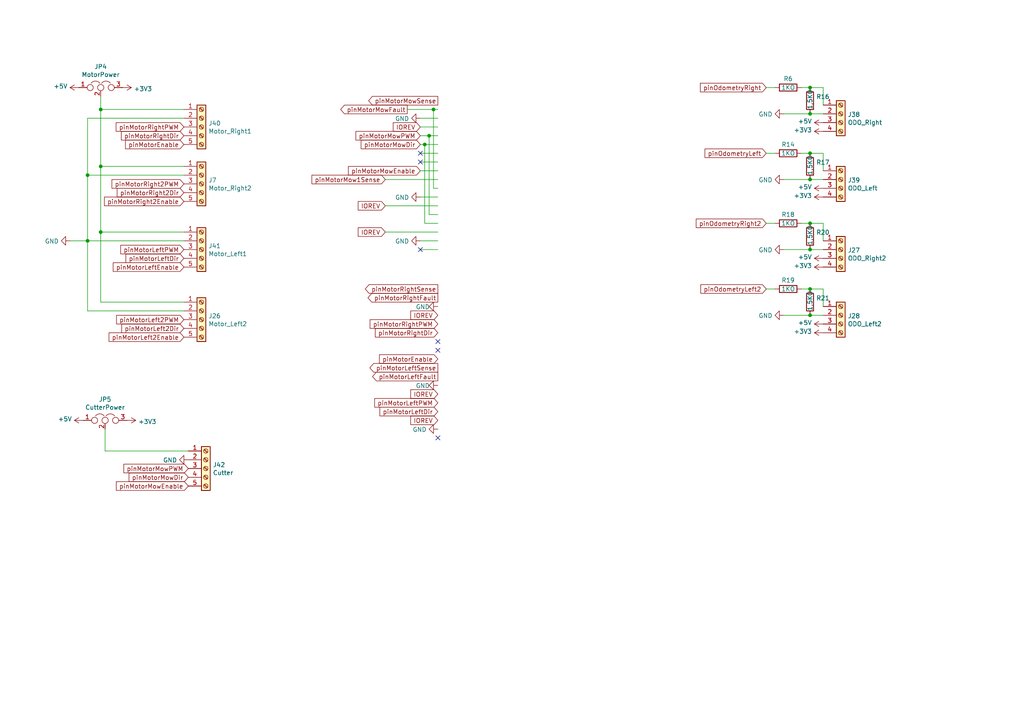
<source format=kicad_sch>
(kicad_sch (version 20210406) (generator eeschema)
  (paper "A4")
  (lib_symbols
    (symbol "Connector:Screw_Terminal_01x04" (pin_names (offset 1.016) hide)
      (property "Reference" "J" (at 0 5.08 0))
      (property "Value" "Screw_Terminal_01x04" (at 0 -7.62 0))
      (symbol "Screw_Terminal_01x04_1_1"
        (circle (center 0 -5.08) (radius 0.635) (stroke (width 0.1524)))
        (circle (center 0 -2.54) (radius 0.635) (stroke (width 0.1524)))
        (circle (center 0 0) (radius 0.635) (stroke (width 0.1524)))
        (circle (center 0 2.54) (radius 0.635) (stroke (width 0.1524)))
        (rectangle (start -1.27 3.81) (end 1.27 -6.35) (stroke (width 0.254)) (fill (type background)))
        (polyline (pts (xy -0.5334 -4.7498) (xy 0.3302 -5.588)) (stroke (width 0.1524)))
        (polyline (pts (xy -0.5334 -2.2098) (xy 0.3302 -3.048)) (stroke (width 0.1524)))
        (polyline (pts (xy -0.5334 0.3302) (xy 0.3302 -0.508)) (stroke (width 0.1524)))
        (polyline (pts (xy -0.5334 2.8702) (xy 0.3302 2.032)) (stroke (width 0.1524)))
        (polyline (pts (xy -0.3556 -4.572) (xy 0.508 -5.4102)) (stroke (width 0.1524)))
        (polyline (pts (xy -0.3556 -2.032) (xy 0.508 -2.8702)) (stroke (width 0.1524)))
        (polyline (pts (xy -0.3556 0.508) (xy 0.508 -0.3302)) (stroke (width 0.1524)))
        (polyline (pts (xy -0.3556 3.048) (xy 0.508 2.2098)) (stroke (width 0.1524)))
        (pin passive line (at -5.08 2.54 0) (length 3.81) (name "Pin_1") (number "1"))
        (pin passive line (at -5.08 0 0) (length 3.81) (name "Pin_2") (number "2"))
        (pin passive line (at -5.08 -2.54 0) (length 3.81) (name "Pin_3") (number "3"))
        (pin passive line (at -5.08 -5.08 0) (length 3.81) (name "Pin_4") (number "4"))
      )
    )
    (symbol "Connector:Screw_Terminal_01x05" (pin_names (offset 1.016) hide)
      (property "Reference" "J" (at 0 7.62 0))
      (property "Value" "Screw_Terminal_01x05" (at 0 -7.62 0))
      (symbol "Screw_Terminal_01x05_1_1"
        (circle (center 0 -5.08) (radius 0.635) (stroke (width 0.1524)))
        (circle (center 0 -2.54) (radius 0.635) (stroke (width 0.1524)))
        (circle (center 0 0) (radius 0.635) (stroke (width 0.1524)))
        (circle (center 0 2.54) (radius 0.635) (stroke (width 0.1524)))
        (circle (center 0 5.08) (radius 0.635) (stroke (width 0.1524)))
        (rectangle (start -1.27 6.35) (end 1.27 -6.35) (stroke (width 0.254)) (fill (type background)))
        (polyline (pts (xy -0.5334 -4.7498) (xy 0.3302 -5.588)) (stroke (width 0.1524)))
        (polyline (pts (xy -0.5334 -2.2098) (xy 0.3302 -3.048)) (stroke (width 0.1524)))
        (polyline (pts (xy -0.5334 0.3302) (xy 0.3302 -0.508)) (stroke (width 0.1524)))
        (polyline (pts (xy -0.5334 2.8702) (xy 0.3302 2.032)) (stroke (width 0.1524)))
        (polyline (pts (xy -0.5334 5.4102) (xy 0.3302 4.572)) (stroke (width 0.1524)))
        (polyline (pts (xy -0.3556 -4.572) (xy 0.508 -5.4102)) (stroke (width 0.1524)))
        (polyline (pts (xy -0.3556 -2.032) (xy 0.508 -2.8702)) (stroke (width 0.1524)))
        (polyline (pts (xy -0.3556 0.508) (xy 0.508 -0.3302)) (stroke (width 0.1524)))
        (polyline (pts (xy -0.3556 3.048) (xy 0.508 2.2098)) (stroke (width 0.1524)))
        (polyline (pts (xy -0.3556 5.588) (xy 0.508 4.7498)) (stroke (width 0.1524)))
        (pin passive line (at -5.08 5.08 0) (length 3.81) (name "Pin_1") (number "1"))
        (pin passive line (at -5.08 2.54 0) (length 3.81) (name "Pin_2") (number "2"))
        (pin passive line (at -5.08 0 0) (length 3.81) (name "Pin_3") (number "3"))
        (pin passive line (at -5.08 -2.54 0) (length 3.81) (name "Pin_4") (number "4"))
        (pin passive line (at -5.08 -5.08 0) (length 3.81) (name "Pin_5") (number "5"))
      )
    )
    (symbol "Device:Jumper_NC_Dual" (pin_names (offset 0.762) hide)
      (property "Reference" "JP" (at 1.27 -2.54 0))
      (property "Value" "Jumper_NC_Dual" (at 0 2.54 0))
      (symbol "Jumper_NC_Dual_0_1"
        (arc (start -0.254 1.27) (end -2.794 1.27) (radius (at -1.524 0.254) (length 1.6256) (angles 38.6 141.3)))
        (arc (start 2.794 1.27) (end 0.254 1.27) (radius (at 1.524 0.254) (length 1.6256) (angles 38.6 141.3)))
        (circle (center -3.048 0) (radius 0.889))
        (circle (center 0 0) (radius 0.9144))
        (circle (center 3.048 0) (radius 0.889))
        (pin passive line (at -6.35 0 0) (length 2.413) (name "1") (number "1"))
        (pin passive line (at 0 -2.54 90) (length 1.524) (name "2") (number "2"))
        (pin passive line (at 6.35 0 180) (length 2.413) (name "3") (number "3"))
      )
    )
    (symbol "Device:R" (pin_numbers hide) (pin_names (offset 0))
      (property "Reference" "R" (at 2.032 0 90))
      (property "Value" "R" (at 0 0 90))
      (symbol "R_0_1"
        (rectangle (start -1.016 -2.54) (end 1.016 2.54) (stroke (width 0.254)))
      )
      (symbol "R_1_1"
        (pin passive line (at 0 3.81 270) (length 1.27) (name "~") (number "1"))
        (pin passive line (at 0 -3.81 90) (length 1.27) (name "~") (number "2"))
      )
    )
    (symbol "power:+3.3V" (power) (pin_names (offset 0))
      (property "Value" "+3.3V" (at 0 3.556 0))
      (symbol "+3.3V_0_1"
        (polyline (pts (xy -0.762 1.27) (xy 0 2.54)))
        (polyline (pts (xy 0 0) (xy 0 2.54)))
        (polyline (pts (xy 0 2.54) (xy 0.762 1.27)))
      )
      (symbol "+3.3V_1_1"
        (pin power_in line (at 0 0 90) (length 0) hide (name "+3V3") (number "1"))
      )
    )
    (symbol "power:+5V" (power) (pin_names (offset 0))
      (property "Value" "+5V" (at 0 3.556 0))
      (symbol "+5V_0_1"
        (polyline (pts (xy -0.762 1.27) (xy 0 2.54)))
        (polyline (pts (xy 0 0) (xy 0 2.54)))
        (polyline (pts (xy 0 2.54) (xy 0.762 1.27)))
      )
      (symbol "+5V_1_1"
        (pin power_in line (at 0 0 90) (length 0) hide (name "+5V") (number "1"))
      )
    )
    (symbol "power:GND" (power) (pin_names (offset 0))
      (property "Value" "GND" (at 0 -3.81 0))
      (symbol "GND_0_1"
        (polyline (pts (xy 0 0) (xy 0 -1.27) (xy 1.27 -1.27) (xy 0 -2.54) (xy -1.27 -1.27) (xy 0 -1.27)))
      )
      (symbol "GND_1_1"
        (pin power_in line (at 0 0 270) (length 0) hide (name "GND") (number "1"))
      )
    )
  )
  (junction (at 25.4 50.8) (diameter 0.9144))
  (junction (at 25.4 69.85) (diameter 0.9144))
  (junction (at 29.21 31.75) (diameter 0.9144))
  (junction (at 29.21 48.26) (diameter 0.9144))
  (junction (at 29.21 67.31) (diameter 0.9144))
  (junction (at 123.19 41.91) (diameter 0.9144))
  (junction (at 124.46 39.37) (diameter 0.9144))
  (junction (at 125.73 31.75) (diameter 0.9144))
  (junction (at 234.95 25.4) (diameter 0.9144))
  (junction (at 234.95 33.02) (diameter 0.9144))
  (junction (at 234.95 44.45) (diameter 0.9144))
  (junction (at 234.95 52.07) (diameter 0.9144))
  (junction (at 234.95 64.77) (diameter 0.9144))
  (junction (at 234.95 72.39) (diameter 0.9144))
  (junction (at 234.95 83.82) (diameter 0.9144))
  (junction (at 234.95 91.44) (diameter 0.9144))
  (no_connect (at 121.92 44.45))
  (no_connect (at 121.92 46.99))
  (no_connect (at 121.92 72.39))
  (no_connect (at 127 99.06))
  (no_connect (at 127 101.6))
  (no_connect (at 127 127))
  (wire (pts (xy 20.32 69.85) (xy 25.4 69.85)))
  (wire (pts (xy 25.4 34.29) (xy 25.4 50.8)))
  (wire (pts (xy 25.4 50.8) (xy 25.4 69.85)))
  (wire (pts (xy 25.4 69.85) (xy 25.4 90.17)))
  (wire (pts (xy 25.4 69.85) (xy 53.34 69.85)))
  (wire (pts (xy 25.4 90.17) (xy 53.34 90.17)))
  (wire (pts (xy 29.21 27.94) (xy 29.21 31.75)))
  (wire (pts (xy 29.21 31.75) (xy 29.21 48.26)))
  (wire (pts (xy 29.21 67.31) (xy 29.21 48.26)))
  (wire (pts (xy 29.21 67.31) (xy 29.21 87.63)))
  (wire (pts (xy 30.48 124.46) (xy 30.48 130.81)))
  (wire (pts (xy 30.48 130.81) (xy 54.61 130.81)))
  (wire (pts (xy 53.34 31.75) (xy 29.21 31.75)))
  (wire (pts (xy 53.34 34.29) (xy 25.4 34.29)))
  (wire (pts (xy 53.34 48.26) (xy 29.21 48.26)))
  (wire (pts (xy 53.34 50.8) (xy 25.4 50.8)))
  (wire (pts (xy 53.34 67.31) (xy 29.21 67.31)))
  (wire (pts (xy 53.34 87.63) (xy 29.21 87.63)))
  (wire (pts (xy 111.76 52.07) (xy 127 52.07)))
  (wire (pts (xy 111.76 59.69) (xy 127 59.69)))
  (wire (pts (xy 111.76 67.31) (xy 127 67.31)))
  (wire (pts (xy 118.11 31.75) (xy 125.73 31.75)))
  (wire (pts (xy 121.92 34.29) (xy 127 34.29)))
  (wire (pts (xy 121.92 36.83) (xy 127 36.83)))
  (wire (pts (xy 121.92 39.37) (xy 124.46 39.37)))
  (wire (pts (xy 121.92 41.91) (xy 123.19 41.91)))
  (wire (pts (xy 121.92 44.45) (xy 127 44.45)))
  (wire (pts (xy 121.92 46.99) (xy 127 46.99)))
  (wire (pts (xy 121.92 49.53) (xy 127 49.53)))
  (wire (pts (xy 121.92 57.15) (xy 127 57.15)))
  (wire (pts (xy 121.92 69.85) (xy 127 69.85)))
  (wire (pts (xy 121.92 72.39) (xy 127 72.39)))
  (wire (pts (xy 123.19 41.91) (xy 127 41.91)))
  (wire (pts (xy 123.19 64.77) (xy 123.19 41.91)))
  (wire (pts (xy 124.46 39.37) (xy 127 39.37)))
  (wire (pts (xy 124.46 62.23) (xy 124.46 39.37)))
  (wire (pts (xy 125.73 31.75) (xy 127 31.75)))
  (wire (pts (xy 125.73 54.61) (xy 125.73 31.75)))
  (wire (pts (xy 127 54.61) (xy 125.73 54.61)))
  (wire (pts (xy 127 62.23) (xy 124.46 62.23)))
  (wire (pts (xy 127 64.77) (xy 123.19 64.77)))
  (wire (pts (xy 222.25 25.4) (xy 224.79 25.4)))
  (wire (pts (xy 222.25 44.45) (xy 224.79 44.45)))
  (wire (pts (xy 222.25 64.77) (xy 224.79 64.77)))
  (wire (pts (xy 222.25 83.82) (xy 224.79 83.82)))
  (wire (pts (xy 232.41 25.4) (xy 234.95 25.4)))
  (wire (pts (xy 232.41 44.45) (xy 234.95 44.45)))
  (wire (pts (xy 232.41 64.77) (xy 234.95 64.77)))
  (wire (pts (xy 232.41 83.82) (xy 234.95 83.82)))
  (wire (pts (xy 234.95 25.4) (xy 238.76 25.4)))
  (wire (pts (xy 234.95 33.02) (xy 227.33 33.02)))
  (wire (pts (xy 234.95 44.45) (xy 238.76 44.45)))
  (wire (pts (xy 234.95 52.07) (xy 227.33 52.07)))
  (wire (pts (xy 234.95 64.77) (xy 238.76 64.77)))
  (wire (pts (xy 234.95 72.39) (xy 227.33 72.39)))
  (wire (pts (xy 234.95 83.82) (xy 238.76 83.82)))
  (wire (pts (xy 234.95 91.44) (xy 227.33 91.44)))
  (wire (pts (xy 238.76 25.4) (xy 238.76 30.48)))
  (wire (pts (xy 238.76 33.02) (xy 234.95 33.02)))
  (wire (pts (xy 238.76 44.45) (xy 238.76 49.53)))
  (wire (pts (xy 238.76 52.07) (xy 234.95 52.07)))
  (wire (pts (xy 238.76 64.77) (xy 238.76 69.85)))
  (wire (pts (xy 238.76 72.39) (xy 234.95 72.39)))
  (wire (pts (xy 238.76 83.82) (xy 238.76 88.9)))
  (wire (pts (xy 238.76 91.44) (xy 234.95 91.44)))
  (global_label "pinMotorRightPWM" (shape input) (at 53.34 36.83 180) (property "Intersheet References" "${INTERSHEET_REFS}" (effects hide)))
  (global_label "pinMotorRightDir" (shape input) (at 53.34 39.37 180) (property "Intersheet References" "${INTERSHEET_REFS}" (effects hide)))
  (global_label "pinMotorEnable" (shape input) (at 53.34 41.91 180) (property "Intersheet References" "${INTERSHEET_REFS}" (effects hide)))
  (global_label "pinMotorRight2PWM" (shape input) (at 53.34 53.34 180) (property "Intersheet References" "${INTERSHEET_REFS}" (effects hide)))
  (global_label "pinMotorRight2Dir" (shape input) (at 53.34 55.88 180) (property "Intersheet References" "${INTERSHEET_REFS}" (effects hide)))
  (global_label "pinMotorRight2Enable" (shape input) (at 53.34 58.42 180) (property "Intersheet References" "${INTERSHEET_REFS}" (effects hide)))
  (global_label "pinMotorLeftPWM" (shape input) (at 53.34 72.39 180) (property "Intersheet References" "${INTERSHEET_REFS}" (effects hide)))
  (global_label "pinMotorLeftDir" (shape input) (at 53.34 74.93 180) (property "Intersheet References" "${INTERSHEET_REFS}" (effects hide)))
  (global_label "pinMotorLeftEnable" (shape input) (at 53.34 77.47 180) (property "Intersheet References" "${INTERSHEET_REFS}" (effects hide)))
  (global_label "pinMotorLeft2PWM" (shape input) (at 53.34 92.71 180) (property "Intersheet References" "${INTERSHEET_REFS}" (effects hide)))
  (global_label "pinMotorLeft2Dir" (shape input) (at 53.34 95.25 180) (property "Intersheet References" "${INTERSHEET_REFS}" (effects hide)))
  (global_label "pinMotorLeft2Enable" (shape input) (at 53.34 97.79 180) (property "Intersheet References" "${INTERSHEET_REFS}" (effects hide)))
  (global_label "pinMotorMowPWM" (shape input) (at 54.61 135.89 180) (property "Intersheet References" "${INTERSHEET_REFS}" (effects hide)))
  (global_label "pinMotorMowDir" (shape input) (at 54.61 138.43 180) (property "Intersheet References" "${INTERSHEET_REFS}" (effects hide)))
  (global_label "pinMotorMowEnable" (shape input) (at 54.61 140.97 180) (property "Intersheet References" "${INTERSHEET_REFS}" (effects hide)))
  (global_label "pinMotorMow1Sense" (shape input) (at 111.76 52.07 180) (property "Intersheet References" "${INTERSHEET_REFS}" (effects hide)))
  (global_label "IOREV" (shape input) (at 111.76 59.69 180) (property "Intersheet References" "${INTERSHEET_REFS}" (effects hide)))
  (global_label "IOREV" (shape input) (at 111.76 67.31 180) (property "Intersheet References" "${INTERSHEET_REFS}" (effects hide)))
  (global_label "pinMotorMowFault" (shape output) (at 118.11 31.75 180) (property "Intersheet References" "${INTERSHEET_REFS}" (effects hide)))
  (global_label "IOREV" (shape input) (at 121.92 36.83 180) (property "Intersheet References" "${INTERSHEET_REFS}" (effects hide)))
  (global_label "pinMotorMowPWM" (shape input) (at 121.92 39.37 180) (property "Intersheet References" "${INTERSHEET_REFS}" (effects hide)))
  (global_label "pinMotorMowDir" (shape input) (at 121.92 41.91 180) (property "Intersheet References" "${INTERSHEET_REFS}" (effects hide)))
  (global_label "pinMotorMowEnable" (shape input) (at 121.92 49.53 180) (property "Intersheet References" "${INTERSHEET_REFS}" (effects hide)))
  (global_label "pinMotorMowSense" (shape output) (at 127 29.21 180) (property "Intersheet References" "${INTERSHEET_REFS}" (effects hide)))
  (global_label "pinMotorRightSense" (shape output) (at 127 83.82 180) (property "Intersheet References" "${INTERSHEET_REFS}" (effects hide)))
  (global_label "pinMotorRightFault" (shape output) (at 127 86.36 180) (property "Intersheet References" "${INTERSHEET_REFS}" (effects hide)))
  (global_label "IOREV" (shape input) (at 127 91.44 180) (property "Intersheet References" "${INTERSHEET_REFS}" (effects hide)))
  (global_label "pinMotorRightPWM" (shape input) (at 127 93.98 180) (property "Intersheet References" "${INTERSHEET_REFS}" (effects hide)))
  (global_label "pinMotorRightDir" (shape input) (at 127 96.52 180) (property "Intersheet References" "${INTERSHEET_REFS}" (effects hide)))
  (global_label "pinMotorEnable" (shape input) (at 127 104.14 180) (property "Intersheet References" "${INTERSHEET_REFS}" (effects hide)))
  (global_label "pinMotorLeftSense" (shape output) (at 127 106.68 180) (property "Intersheet References" "${INTERSHEET_REFS}" (effects hide)))
  (global_label "pinMotorLeftFault" (shape output) (at 127 109.22 180) (property "Intersheet References" "${INTERSHEET_REFS}" (effects hide)))
  (global_label "IOREV" (shape input) (at 127 114.3 180) (property "Intersheet References" "${INTERSHEET_REFS}" (effects hide)))
  (global_label "pinMotorLeftPWM" (shape input) (at 127 116.84 180) (property "Intersheet References" "${INTERSHEET_REFS}" (effects hide)))
  (global_label "pinMotorLeftDir" (shape input) (at 127 119.38 180) (property "Intersheet References" "${INTERSHEET_REFS}" (effects hide)))
  (global_label "IOREV" (shape input) (at 127 121.92 180) (property "Intersheet References" "${INTERSHEET_REFS}" (effects hide)))
  (global_label "pinOdometryRight" (shape input) (at 222.25 25.4 180) (property "Intersheet References" "${INTERSHEET_REFS}" (effects hide)))
  (global_label "pinOdometryLeft" (shape input) (at 222.25 44.45 180) (property "Intersheet References" "${INTERSHEET_REFS}" (effects hide)))
  (global_label "pinOdometryRight2" (shape input) (at 222.25 64.77 180) (property "Intersheet References" "${INTERSHEET_REFS}" (effects hide)))
  (global_label "pinOdometryLeft2" (shape input) (at 222.25 83.82 180) (property "Intersheet References" "${INTERSHEET_REFS}" (effects hide)))
  (symbol (lib_id "power:+5V") (at 22.86 25.4 90) (unit 1)
    (property "Reference" "#PWR089" (effects hide))
    (property "Value" "+5V" (at 19.6088 25.019 90) (effects (justify left)))
  )
  (symbol (lib_id "power:+5V") (at 24.13 121.92 90) (unit 1)
    (property "Reference" "#PWR090" (effects hide))
    (property "Value" "+5V" (at 20.8788 121.539 90) (effects (justify left)))
  )
  (symbol (lib_id "power:+3.3V") (at 35.56 25.4 270) (unit 1)
    (property "Reference" "#PWR092" (effects hide))
    (property "Value" "+3.3V" (at 38.8112 25.781 90) (effects (justify left)))
  )
  (symbol (lib_id "power:+3.3V") (at 36.83 121.92 270) (unit 1)
    (property "Reference" "#PWR093" (effects hide))
    (property "Value" "+3.3V" (at 40.0812 122.301 90) (effects (justify left)))
  )
  (symbol (lib_id "power:+5V") (at 238.76 35.56 90) (unit 1)
    (property "Reference" "#PWR085" (effects hide))
    (property "Value" "+5V" (at 235.5088 35.179 90) (effects (justify left)))
  )
  (symbol (lib_id "power:+3.3V") (at 238.76 38.1 90) (unit 1)
    (property "Reference" "#PWR086" (effects hide))
    (property "Value" "+3.3V" (at 235.5088 37.719 90) (effects (justify left)))
  )
  (symbol (lib_id "power:+5V") (at 238.76 54.61 90) (unit 1)
    (property "Reference" "#PWR087" (effects hide))
    (property "Value" "+5V" (at 235.5088 54.229 90) (effects (justify left)))
  )
  (symbol (lib_id "power:+3.3V") (at 238.76 57.15 90) (unit 1)
    (property "Reference" "#PWR088" (effects hide))
    (property "Value" "+3.3V" (at 235.5088 56.769 90) (effects (justify left)))
  )
  (symbol (lib_id "power:+5V") (at 238.76 74.93 90) (unit 1)
    (property "Reference" "#PWR063" (effects hide))
    (property "Value" "+5V" (at 235.5088 74.549 90) (effects (justify left)))
  )
  (symbol (lib_id "power:+3.3V") (at 238.76 77.47 90) (unit 1)
    (property "Reference" "#PWR064" (effects hide))
    (property "Value" "+3.3V" (at 235.5088 77.089 90) (effects (justify left)))
  )
  (symbol (lib_id "power:+5V") (at 238.76 93.98 90) (unit 1)
    (property "Reference" "#PWR081" (effects hide))
    (property "Value" "+5V" (at 235.5088 93.599 90) (effects (justify left)))
  )
  (symbol (lib_id "power:+3.3V") (at 238.76 96.52 90) (unit 1)
    (property "Reference" "#PWR095" (effects hide))
    (property "Value" "+3.3V" (at 235.5088 96.139 90) (effects (justify left)))
  )
  (symbol (lib_id "power:GND") (at 20.32 69.85 270) (unit 1)
    (property "Reference" "#PWR091" (effects hide))
    (property "Value" "GND" (at 17.0688 69.977 90) (effects (justify right)))
  )
  (symbol (lib_id "power:GND") (at 54.61 133.35 270) (unit 1)
    (property "Reference" "#PWR094" (effects hide))
    (property "Value" "GND" (at 51.3588 133.477 90) (effects (justify right)))
  )
  (symbol (lib_id "power:GND") (at 121.92 34.29 270)
    (property "Reference" "#PWR053" (effects hide))
    (property "Value" "GND" (at 118.6688 34.417 90) (effects (justify right)))
  )
  (symbol (lib_id "power:GND") (at 121.92 57.15 270)
    (property "Reference" "#PWR054" (effects hide))
    (property "Value" "GND" (at 118.6688 57.277 90) (effects (justify right)))
  )
  (symbol (lib_id "power:GND") (at 121.92 69.85 270)
    (property "Reference" "#PWR055" (effects hide))
    (property "Value" "GND" (at 118.6688 69.977 90) (effects (justify right)))
  )
  (symbol (lib_id "power:GND") (at 127 88.9 270)
    (property "Reference" "#PWR056" (effects hide))
    (property "Value" "GND" (at 122.6058 89.027 90))
  )
  (symbol (lib_id "power:GND") (at 127 111.76 270)
    (property "Reference" "#PWR066" (effects hide))
    (property "Value" "GND" (at 122.6058 111.887 90))
  )
  (symbol (lib_id "power:GND") (at 127 124.46 270)
    (property "Reference" "#PWR058" (effects hide))
    (property "Value" "GND" (at 123.7488 124.587 90) (effects (justify right)))
  )
  (symbol (lib_id "power:GND") (at 227.33 33.02 270) (unit 1)
    (property "Reference" "#PWR067" (effects hide))
    (property "Value" "GND" (at 224.0788 33.147 90) (effects (justify right)))
  )
  (symbol (lib_id "power:GND") (at 227.33 52.07 270) (unit 1)
    (property "Reference" "#PWR082" (effects hide))
    (property "Value" "GND" (at 224.0788 52.197 90) (effects (justify right)))
  )
  (symbol (lib_id "power:GND") (at 227.33 72.39 270) (unit 1)
    (property "Reference" "#PWR060" (effects hide))
    (property "Value" "GND" (at 224.0788 72.517 90) (effects (justify right)))
  )
  (symbol (lib_id "power:GND") (at 227.33 91.44 270) (unit 1)
    (property "Reference" "#PWR061" (effects hide))
    (property "Value" "GND" (at 224.0788 91.567 90) (effects (justify right)))
  )
  (symbol (lib_id "Device:R") (at 228.6 25.4 270) (unit 1)
    (property "Reference" "R6" (at 228.6 22.86 90))
    (property "Value" "1KO" (at 228.6 25.4 90))
    (property "Footprint" "Resistor_THT:R_Axial_DIN0207_L6.3mm_D2.5mm_P2.54mm_Vertical" (effects hide))
  )
  (symbol (lib_id "Device:R") (at 228.6 44.45 270) (unit 1)
    (property "Reference" "R14" (at 228.6 41.91 90))
    (property "Value" "1KO" (at 228.6 44.45 90))
    (property "Footprint" "Resistor_THT:R_Axial_DIN0207_L6.3mm_D2.5mm_P2.54mm_Vertical" (effects hide))
  )
  (symbol (lib_id "Device:R") (at 228.6 64.77 270) (unit 1)
    (property "Reference" "R18" (at 228.6 62.23 90))
    (property "Value" "1KO" (at 228.6 64.77 90))
    (property "Footprint" "Resistor_THT:R_Axial_DIN0207_L6.3mm_D2.5mm_P2.54mm_Vertical" (effects hide))
  )
  (symbol (lib_id "Device:R") (at 228.6 83.82 270) (unit 1)
    (property "Reference" "R19" (at 228.6 81.28 90))
    (property "Value" "1KO" (at 228.6 83.82 90))
    (property "Footprint" "Resistor_THT:R_Axial_DIN0207_L6.3mm_D2.5mm_P2.54mm_Vertical" (effects hide))
  )
  (symbol (lib_id "Device:R") (at 234.95 29.21 0) (unit 1)
    (property "Reference" "R16" (at 236.728 28.0416 0) (effects (justify left)))
    (property "Value" "1,5KO" (at 234.95 31.75 90) (effects (justify left)))
    (property "Footprint" "Resistor_THT:R_Axial_DIN0207_L6.3mm_D2.5mm_P2.54mm_Vertical" (effects hide))
  )
  (symbol (lib_id "Device:R") (at 234.95 48.26 0) (unit 1)
    (property "Reference" "R17" (at 236.728 47.0916 0) (effects (justify left)))
    (property "Value" "1,5KO" (at 234.95 50.8 90) (effects (justify left)))
    (property "Footprint" "Resistor_THT:R_Axial_DIN0207_L6.3mm_D2.5mm_P2.54mm_Vertical" (effects hide))
  )
  (symbol (lib_id "Device:R") (at 234.95 68.58 0) (unit 1)
    (property "Reference" "R20" (at 236.728 67.4116 0) (effects (justify left)))
    (property "Value" "1,5KO" (at 234.95 71.12 90) (effects (justify left)))
    (property "Footprint" "Resistor_THT:R_Axial_DIN0207_L6.3mm_D2.5mm_P2.54mm_Vertical" (effects hide))
  )
  (symbol (lib_id "Device:R") (at 234.95 87.63 0) (unit 1)
    (property "Reference" "R21" (at 236.728 86.4616 0) (effects (justify left)))
    (property "Value" "1,5KO" (at 234.95 90.17 90) (effects (justify left)))
    (property "Footprint" "Resistor_THT:R_Axial_DIN0207_L6.3mm_D2.5mm_P2.54mm_Vertical" (effects hide))
  )
  (symbol (lib_id "Device:Jumper_NC_Dual") (at 29.21 25.4 0) (unit 1)
    (property "Reference" "JP4" (at 29.21 19.3294 0))
    (property "Value" "MotorPower" (at 29.21 21.6408 0))
    (property "Footprint" "Connector_PinSocket_2.54mm:PinSocket_1x03_P2.54mm_Vertical" (effects hide))
  )
  (symbol (lib_id "Device:Jumper_NC_Dual") (at 30.48 121.92 0) (unit 1)
    (property "Reference" "JP5" (at 30.48 115.8494 0))
    (property "Value" "CutterPower" (at 30.48 118.1608 0))
    (property "Footprint" "Connector_PinSocket_2.54mm:PinSocket_1x03_P2.54mm_Vertical" (effects hide))
  )
  (symbol (lib_id "Connector:Screw_Terminal_01x04") (at 243.84 33.02 0) (unit 1)
    (property "Reference" "J38" (at 245.872 33.2232 0) (effects (justify left)))
    (property "Value" "ODO_Right" (at 245.872 35.5346 0) (effects (justify left)))
    (property "Footprint" "Connector_JST:JST_XH_B4B-XH-A_1x04_P2.50mm_Vertical" (effects hide))
  )
  (symbol (lib_id "Connector:Screw_Terminal_01x04") (at 243.84 52.07 0) (unit 1)
    (property "Reference" "J39" (at 245.872 52.2732 0) (effects (justify left)))
    (property "Value" "ODO_Left" (at 245.872 54.5846 0) (effects (justify left)))
    (property "Footprint" "Connector_JST:JST_XH_B4B-XH-A_1x04_P2.50mm_Vertical" (effects hide))
  )
  (symbol (lib_id "Connector:Screw_Terminal_01x04") (at 243.84 72.39 0) (unit 1)
    (property "Reference" "J27" (at 245.872 72.5932 0) (effects (justify left)))
    (property "Value" "ODO_Right2" (at 245.872 74.9046 0) (effects (justify left)))
    (property "Footprint" "Connector_JST:JST_XH_B4B-XH-A_1x04_P2.50mm_Vertical" (effects hide))
  )
  (symbol (lib_id "Connector:Screw_Terminal_01x04") (at 243.84 91.44 0) (unit 1)
    (property "Reference" "J28" (at 245.872 91.6432 0) (effects (justify left)))
    (property "Value" "ODO_Left2" (at 245.872 93.9546 0) (effects (justify left)))
    (property "Footprint" "Connector_JST:JST_XH_B4B-XH-A_1x04_P2.50mm_Vertical" (effects hide))
  )
  (symbol (lib_id "Connector:Screw_Terminal_01x05") (at 58.42 36.83 0) (unit 1)
    (property "Reference" "J40" (at 60.452 35.7632 0) (effects (justify left)))
    (property "Value" "Motor_Right1" (at 60.452 38.0746 0) (effects (justify left)))
    (property "Footprint" "Connector_JST:JST_XH_B5B-XH-A_1x05_P2.50mm_Vertical" (effects hide))
  )
  (symbol (lib_id "Connector:Screw_Terminal_01x05") (at 58.42 53.34 0) (unit 1)
    (property "Reference" "J7" (at 60.452 52.2732 0) (effects (justify left)))
    (property "Value" "Motor_Right2" (at 60.452 54.5846 0) (effects (justify left)))
    (property "Footprint" "Connector_JST:JST_XH_B5B-XH-A_1x05_P2.50mm_Vertical" (effects hide))
  )
  (symbol (lib_id "Connector:Screw_Terminal_01x05") (at 58.42 72.39 0) (unit 1)
    (property "Reference" "J41" (at 60.452 71.3232 0) (effects (justify left)))
    (property "Value" "Motor_Left1" (at 60.452 73.6346 0) (effects (justify left)))
    (property "Footprint" "Connector_JST:JST_XH_B5B-XH-A_1x05_P2.50mm_Vertical" (effects hide))
  )
  (symbol (lib_id "Connector:Screw_Terminal_01x05") (at 58.42 92.71 0) (unit 1)
    (property "Reference" "J26" (at 60.452 91.6432 0) (effects (justify left)))
    (property "Value" "Motor_Left2" (at 60.452 93.9546 0) (effects (justify left)))
    (property "Footprint" "Connector_JST:JST_XH_B5B-XH-A_1x05_P2.50mm_Vertical" (effects hide))
  )
  (symbol (lib_id "Connector:Screw_Terminal_01x05") (at 59.69 135.89 0) (unit 1)
    (property "Reference" "J42" (at 61.722 134.8232 0) (effects (justify left)))
    (property "Value" "Cutter" (at 61.722 137.1346 0) (effects (justify left)))
    (property "Footprint" "Connector_JST:JST_XH_B5B-XH-A_1x05_P2.50mm_Vertical" (effects hide))
  )
  (symbol (lib_id "Ardumower-rescue:MC33926-Lötpad_2,5mm") (at 148.59 53.34 0)
    (property "Reference" "U1" (at 147.32 16.3322 0) (effects (font (size 1.524 1.524))))
    (property "Value" "MC33926" (at 147.32 19.0246 0) (effects (font (size 1.524 1.524))))
    (property "Footprint" "Zimprich:MC_33926_31polig_mit_Bohrloch_neue_Masse" (effects hide))
  )
  (symbol (lib_id "Ardumower-rescue:MC33926-Lötpad_2,5mm") (at 148.59 107.95 0)
    (property "Reference" "U2" (at 147.32 70.9422 0) (effects (font (size 1.524 1.524))))
    (property "Value" "MC33926" (at 147.32 73.6346 0) (effects (font (size 1.524 1.524))))
    (property "Footprint" "Zimprich:MC_33926_31polig_mit_Bohrloch_neue_Masse" (effects hide))
  )
)
</source>
